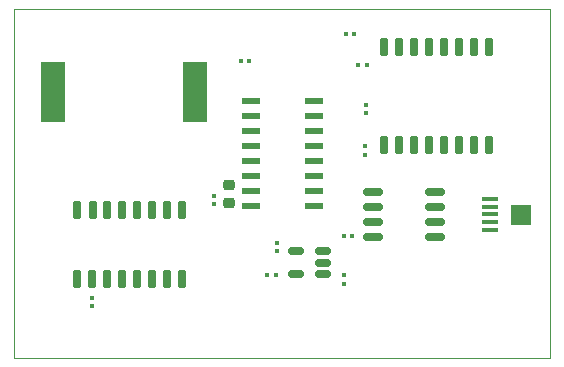
<source format=gbr>
%TF.GenerationSoftware,KiCad,Pcbnew,(6.0.1)*%
%TF.CreationDate,2022-09-04T12:14:09+08:00*%
%TF.ProjectId,Digital Clock,44696769-7461-46c2-9043-6c6f636b2e6b,_____*%
%TF.SameCoordinates,Original*%
%TF.FileFunction,Paste,Top*%
%TF.FilePolarity,Positive*%
%FSLAX46Y46*%
G04 Gerber Fmt 4.6, Leading zero omitted, Abs format (unit mm)*
G04 Created by KiCad (PCBNEW (6.0.1)) date 2022-09-04 12:14:09*
%MOMM*%
%LPD*%
G01*
G04 APERTURE LIST*
G04 Aperture macros list*
%AMRoundRect*
0 Rectangle with rounded corners*
0 $1 Rounding radius*
0 $2 $3 $4 $5 $6 $7 $8 $9 X,Y pos of 4 corners*
0 Add a 4 corners polygon primitive as box body*
4,1,4,$2,$3,$4,$5,$6,$7,$8,$9,$2,$3,0*
0 Add four circle primitives for the rounded corners*
1,1,$1+$1,$2,$3*
1,1,$1+$1,$4,$5*
1,1,$1+$1,$6,$7*
1,1,$1+$1,$8,$9*
0 Add four rect primitives between the rounded corners*
20,1,$1+$1,$2,$3,$4,$5,0*
20,1,$1+$1,$4,$5,$6,$7,0*
20,1,$1+$1,$6,$7,$8,$9,0*
20,1,$1+$1,$8,$9,$2,$3,0*%
G04 Aperture macros list end*
%TA.AperFunction,Profile*%
%ADD10C,0.100000*%
%TD*%
%ADD11RoundRect,0.079500X-0.079500X-0.100500X0.079500X-0.100500X0.079500X0.100500X-0.079500X0.100500X0*%
%ADD12R,2.100000X5.080000*%
%ADD13RoundRect,0.079500X-0.100500X0.079500X-0.100500X-0.079500X0.100500X-0.079500X0.100500X0.079500X0*%
%ADD14RoundRect,0.079500X0.100500X-0.079500X0.100500X0.079500X-0.100500X0.079500X-0.100500X-0.079500X0*%
%ADD15RoundRect,0.079500X0.079500X0.100500X-0.079500X0.100500X-0.079500X-0.100500X0.079500X-0.100500X0*%
%ADD16RoundRect,0.150000X0.512500X0.150000X-0.512500X0.150000X-0.512500X-0.150000X0.512500X-0.150000X0*%
%ADD17RoundRect,0.225000X0.250000X-0.225000X0.250000X0.225000X-0.250000X0.225000X-0.250000X-0.225000X0*%
%ADD18RoundRect,0.150000X-0.150000X0.650000X-0.150000X-0.650000X0.150000X-0.650000X0.150000X0.650000X0*%
%ADD19R,1.390000X0.430000*%
%ADD20R,1.800000X1.800000*%
%ADD21RoundRect,0.137500X-0.662500X-0.137500X0.662500X-0.137500X0.662500X0.137500X-0.662500X0.137500X0*%
%ADD22RoundRect,0.150000X0.675000X0.150000X-0.675000X0.150000X-0.675000X-0.150000X0.675000X-0.150000X0*%
%ADD23RoundRect,0.150000X0.150000X-0.650000X0.150000X0.650000X-0.150000X0.650000X-0.150000X-0.650000X0*%
G04 APERTURE END LIST*
D10*
X43410000Y-19400000D02*
X88800000Y-19400000D01*
X88800000Y-19400000D02*
X88800000Y-48900000D01*
X88800000Y-48900000D02*
X43410000Y-48900000D01*
X43410000Y-48900000D02*
X43410000Y-19400000D01*
D11*
%TO.C,R3*%
X71525000Y-21460000D03*
X72215000Y-21460000D03*
%TD*%
D12*
%TO.C,BZ1*%
X46750000Y-26430000D03*
X58750000Y-26430000D03*
%TD*%
D13*
%TO.C,C5*%
X50010000Y-43815000D03*
X50010000Y-44505000D03*
%TD*%
D14*
%TO.C,C4*%
X73100000Y-31015000D03*
X73100000Y-31705000D03*
%TD*%
D15*
%TO.C,CBP1*%
X64865000Y-41860000D03*
X65555000Y-41860000D03*
%TD*%
D16*
%TO.C,U2*%
X69547500Y-41810000D03*
X69547500Y-40860000D03*
X69547500Y-39910000D03*
X67272500Y-39910000D03*
X67272500Y-41810000D03*
%TD*%
D17*
%TO.C,C2*%
X61620000Y-35800000D03*
X61620000Y-34250000D03*
%TD*%
D18*
%TO.C,U5*%
X57660000Y-36360000D03*
X56385000Y-36360000D03*
X55115000Y-36360000D03*
X53845000Y-36360000D03*
X52575000Y-36360000D03*
X51305000Y-36360000D03*
X50060000Y-36360000D03*
X48765000Y-36360000D03*
X48760000Y-42260000D03*
X50030000Y-42260000D03*
X51300000Y-42260000D03*
X52570000Y-42260000D03*
X53840000Y-42260000D03*
X55110000Y-42260000D03*
X56380000Y-42260000D03*
X57650000Y-42260000D03*
%TD*%
D13*
%TO.C,COUT1*%
X65700000Y-39200000D03*
X65700000Y-39890000D03*
%TD*%
D11*
%TO.C,R4*%
X72565000Y-24100000D03*
X73255000Y-24100000D03*
%TD*%
D19*
%TO.C,J1*%
X83677500Y-38060000D03*
X83677500Y-37410000D03*
X83677500Y-36760000D03*
X83677500Y-36110000D03*
X83677500Y-35460000D03*
D20*
X86337500Y-36790000D03*
%TD*%
D21*
%TO.C,U4*%
X63510000Y-27205000D03*
X63510000Y-28475000D03*
X63510000Y-29745000D03*
X63510000Y-31015000D03*
X63510000Y-32285000D03*
X63510000Y-33555000D03*
X63510000Y-34825000D03*
X63510000Y-36095000D03*
X68810000Y-36095000D03*
X68810000Y-34825000D03*
X68810000Y-33555000D03*
X68810000Y-32285000D03*
X68810000Y-31015000D03*
X68810000Y-29745000D03*
X68810000Y-28475000D03*
X68810000Y-27205000D03*
%TD*%
D11*
%TO.C,R5*%
X63275000Y-23760000D03*
X62585000Y-23760000D03*
%TD*%
D15*
%TO.C,C1*%
X72045000Y-38600000D03*
X71355000Y-38600000D03*
%TD*%
D14*
%TO.C,CIN1*%
X71310000Y-41935000D03*
X71310000Y-42625000D03*
%TD*%
D22*
%TO.C,U1*%
X79035000Y-38665000D03*
X79035000Y-37395000D03*
X79035000Y-36125000D03*
X79035000Y-34855000D03*
X73785000Y-34855000D03*
X73785000Y-36125000D03*
X73785000Y-37395000D03*
X73785000Y-38665000D03*
%TD*%
D23*
%TO.C,U3*%
X74700000Y-30860000D03*
X75970000Y-30860000D03*
X77240000Y-30860000D03*
X78510000Y-30860000D03*
X79780000Y-30860000D03*
X81050000Y-30860000D03*
X82320000Y-30860000D03*
X83590000Y-30860000D03*
X83595000Y-22610000D03*
X82325000Y-22610000D03*
X81055000Y-22610000D03*
X79785000Y-22610000D03*
X78515000Y-22610000D03*
X77245000Y-22610000D03*
X75975000Y-22610000D03*
X74705000Y-22610000D03*
%TD*%
D14*
%TO.C,C3*%
X60370000Y-35230000D03*
X60370000Y-35920000D03*
%TD*%
D13*
%TO.C,R2*%
X73210000Y-28225000D03*
X73210000Y-27535000D03*
%TD*%
M02*

</source>
